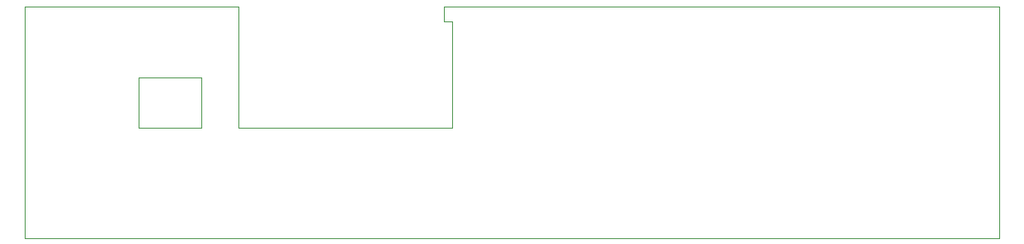
<source format=gbr>
%TF.GenerationSoftware,KiCad,Pcbnew,8.0.6*%
%TF.CreationDate,2025-01-17T17:50:58+00:00*%
%TF.ProjectId,right,72696768-742e-46b6-9963-61645f706362,rev?*%
%TF.SameCoordinates,Original*%
%TF.FileFunction,Profile,NP*%
%FSLAX46Y46*%
G04 Gerber Fmt 4.6, Leading zero omitted, Abs format (unit mm)*
G04 Created by KiCad (PCBNEW 8.0.6) date 2025-01-17 17:50:58*
%MOMM*%
%LPD*%
G01*
G04 APERTURE LIST*
%TA.AperFunction,Profile*%
%ADD10C,0.050000*%
%TD*%
G04 APERTURE END LIST*
D10*
X95600000Y-65500000D02*
X102000000Y-65500000D01*
X102000000Y-70700000D01*
X95600000Y-70700000D01*
X95600000Y-65500000D01*
X126900000Y-59800000D02*
X127800000Y-59800000D01*
X126900000Y-58200000D02*
X126900000Y-59800000D01*
X127800000Y-58200000D02*
X126900000Y-58200000D01*
X127800000Y-58200000D02*
X183900000Y-58200000D01*
X127800000Y-70700000D02*
X127800000Y-59800000D01*
X105800000Y-70700000D02*
X127800000Y-70700000D01*
X105800000Y-58200000D02*
X105800000Y-70700000D01*
X83900000Y-58200000D02*
X105800000Y-58200000D01*
X83900000Y-82000000D02*
X83900000Y-58200000D01*
X183900000Y-82000000D02*
X83900000Y-82000000D01*
X183900000Y-58200000D02*
X183900000Y-82000000D01*
M02*

</source>
